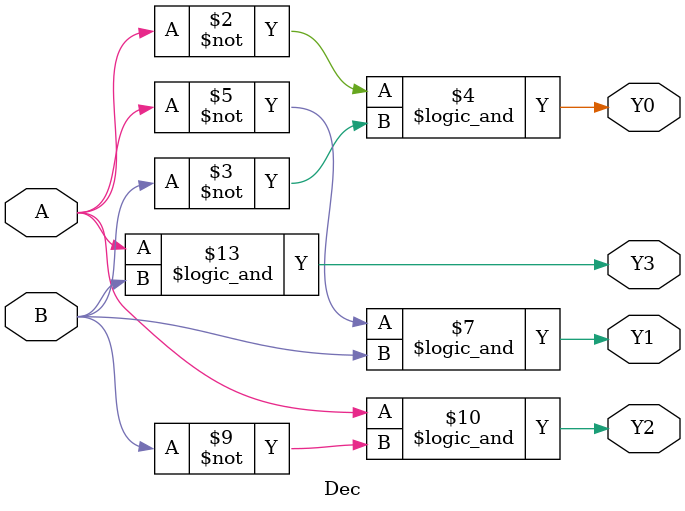
<source format=v>
module Dec(
    input wire A,  
    input wire B, 
    output reg Y0, 
    output reg Y1, 
    output reg Y2, 
    output reg Y3  
);


always @(A, B) begin
    Y0 = (A == 0 && B == 0);
    Y1 = (A == 0 && B == 1);
    Y2 = (A == 1 && B == 0);
    Y3 = (A == 1 && B == 1);
end

endmodule
</source>
